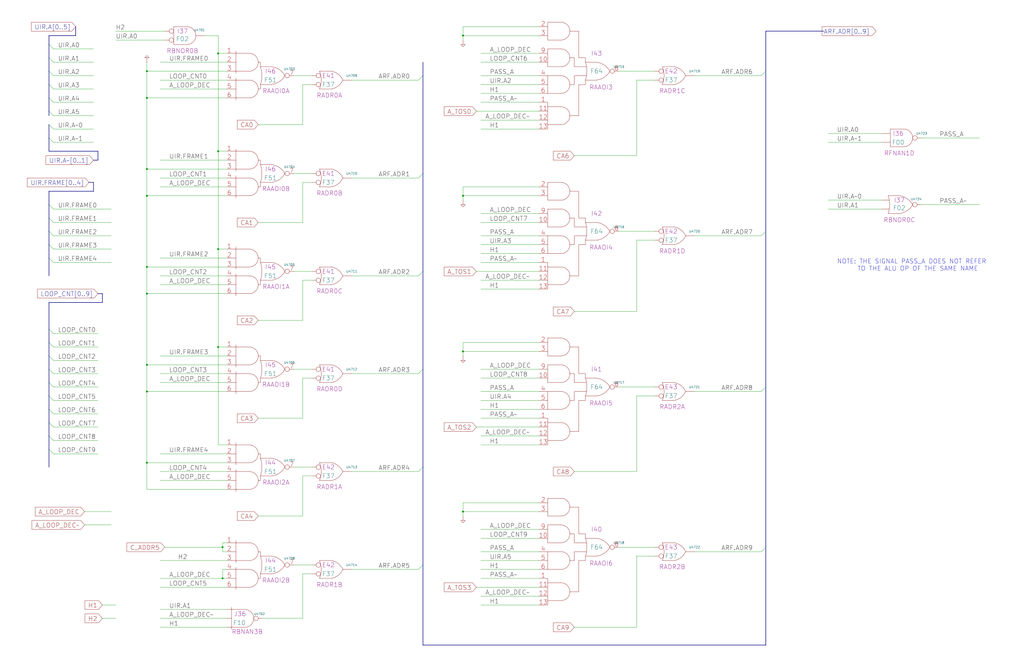
<source format=kicad_sch>
(kicad_sch (version 20250114) (generator "eeschema") (generator_version "9.0")
  (paper "User" 584.2 378.46)
  (title_block (title "REGISTER FILE CONTROL\\nA ADDRESS GENERATION") (date "15-MAR-90") (rev "1.0") (comment 1 "TYPE") (comment 2 "232-003062") (comment 3 "S400") (comment 4 "RELEASED"))
  (lib_symbols
    (symbol "r1000:F00" (pin_numbers (hide yes)) (pin_names (hide yes))
      (property "Reference" "U" (at 15.24 0 0))
      (property "Value" "F00" (at 1.905 -5.08 0))
      (property "Location" "___" (at 1.905 0 0))
      (property "Name" "______" (at 2.54 -12.7 0))
      (symbol "F00_0_1"
        (polyline (pts (xy -2.54 2.54) (xy -2.54 -7.62)) (stroke (width 0.1524)))
        (polyline (pts (xy -2.54 2.54) (xy 5.08 2.54)) (stroke (width 0.1524)))
        (polyline (pts (xy -2.54 -7.62) (xy 5.08 -7.62)) (stroke (width 0.1524)))
        (arc (start 5.08 2.54) (mid 10.1281 -2.54) (end 5.08 -7.62) (stroke (width 0.1524)))
        (circle (center 11.43 -2.54) (radius 1.27) (stroke (width 0.1524)))
      )
      (symbol "F00_0_2"
        (arc (start -3.175 2.54) (mid -2.134 -2.54) (end -3.175 -7.62) (stroke (width 0.1524)))
        (circle (center -3.81 0) (radius 1.27) (stroke (width 0.1524)))
        (circle (center -3.81 -5.08) (radius 1.27) (stroke (width 0.1524)))
        (polyline (pts (xy -3.175 2.54) (xy 3.81 2.54)) (stroke (width 0.1524)))
        (polyline (pts (xy -3.175 -7.62) (xy 3.81 -7.62)) (stroke (width 0.1524)))
        (arc (start 3.81 2.54) (mid 7.5828 0.7472) (end 10.16 -2.54) (stroke (width 0.1524)))
        (arc (start 10.16 -2.54) (mid 7.5855 -5.8306) (end 3.81 -7.62) (stroke (width 0.1524)))
      )
      (symbol "F00_1_1"
        (pin input line (at -7.62 0 0) (length 5.08) (name "D0") (number "1"))
        (pin input line (at -7.62 -5.08 0) (length 5.08) (name "D1") (number "2"))
        (pin output line (at 15.24 -2.54 180) (length 2.54) (name "Q") (number "3"))
      )
      (symbol "F00_1_2"
        (pin input line (at -7.62 0 0) (length 2.54) (name "D0") (number "1"))
        (pin input line (at -7.62 -5.08 0) (length 2.54) (name "D1") (number "2"))
        (pin output line (at 15.24 -2.54 180) (length 5.08) (name "Q") (number "3"))
      )
    )
    (symbol "r1000:F02" (pin_numbers (hide yes)) (pin_names (hide yes))
      (property "Reference" "U" (at 12.16 0.635 0))
      (property "Value" "F02" (at -1.27 -4.445 0))
      (property "Location" "___" (at 2.54 0 0))
      (property "Name" "______" (at 2.54 -12.7 0))
      (symbol "F02_0_1"
        (arc (start -3.81 2.54) (mid -2.9847 -2.54) (end -3.81 -7.62) (stroke (width 0.1524)))
        (polyline (pts (xy -5.08 0) (xy -3.175 0)) (stroke (width 0.1524)))
        (polyline (pts (xy -5.08 -5.08) (xy -3.175 -5.08)) (stroke (width 0.1524)))
        (polyline (pts (xy -3.81 2.54) (xy 2.54 2.54)) (stroke (width 0.1524)))
        (polyline (pts (xy -3.81 -7.62) (xy 2.54 -7.62)) (stroke (width 0.1524)))
        (arc (start 2.54 2.54) (mid 6.9477 0.8966) (end 10.16 -2.54) (stroke (width 0.1524)))
        (arc (start 10.16 -2.54) (mid 6.9515 -5.9823) (end 2.54 -7.62) (stroke (width 0.1524)))
        (circle (center 11.43 -2.54) (radius 1.27) (stroke (width 0.1524)))
        (polyline (pts (xy 13.97 -2.54) (xy 12.7 -2.54)) (stroke (width 0.1524)))
      )
      (symbol "F02_0_2"
        (circle (center -3.81 0) (radius 1.27) (stroke (width 0.1524)))
        (circle (center -3.81 -5.08) (radius 1.27) (stroke (width 0.1524)))
        (polyline (pts (xy -2.54 2.54) (xy -2.54 -7.62)) (stroke (width 0.1524)))
        (polyline (pts (xy -2.54 2.54) (xy 5.08 2.54)) (stroke (width 0.1524)))
        (polyline (pts (xy -2.54 -7.62) (xy 5.08 -7.62)) (stroke (width 0.1524)))
        (arc (start 5.08 2.54) (mid 10.1281 -2.54) (end 5.08 -7.62) (stroke (width 0.1524)))
        (polyline (pts (xy 11.43 -2.54) (xy 10.16 -2.54)) (stroke (width 0.1524)))
        (polyline (pts (xy 11.43 -2.54) (xy 12.7 -2.54)) (stroke (width 0.1524)))
      )
      (symbol "F02_1_1"
        (pin input line (at -7.62 0 0) (length 2.54) (name "D0") (number "1"))
        (pin input line (at -7.62 -5.08 0) (length 2.54) (name "D1") (number "2"))
        (pin output line (at 15.24 -2.54 180) (length 1.27) (name "Q") (number "3"))
      )
      (symbol "F02_1_2"
        (pin input line (at -7.62 0 0) (length 2.54) (name "D0") (number "1"))
        (pin input line (at -7.62 -5.08 0) (length 2.54) (name "D1") (number "2"))
        (pin output line (at 15.24 -2.54 180) (length 2.54) (name "Q") (number "3"))
      )
    )
    (symbol "r1000:F10" (pin_numbers (hide yes)) (pin_names (hide yes))
      (property "Reference" "U" (at 13.335 0 0))
      (property "Value" "F10" (at 5.715 -5.08 0))
      (property "Location" "___" (at -1.27 0 0))
      (property "Name" "______" (at -2.54 -10.16 0))
      (symbol "F10_0_1"
        (polyline (pts (xy -2.54 3.81) (xy -2.54 -8.89)) (stroke (width 0.1524)))
        (polyline (pts (xy -2.54 2.54) (xy 5.08 2.54)) (stroke (width 0.1524)))
        (polyline (pts (xy -2.54 -7.62) (xy 5.08 -7.62)) (stroke (width 0.1524)))
        (arc (start 5.08 2.54) (mid 10.1281 -2.54) (end 5.08 -7.62) (stroke (width 0.1524)))
        (circle (center 11.43 -2.54) (radius 1.27) (stroke (width 0.1524)))
      )
      (symbol "F10_0_2"
        (arc (start -2.54 2.54) (mid -1.8195 -2.54) (end -2.54 -7.62) (stroke (width 0.1524)))
        (polyline (pts (xy -4.445 -2.54) (xy -5.08 -2.54)) (stroke (width 0.1524)))
        (circle (center -3.81 2.54) (radius 1.27) (stroke (width 0.1524)))
        (circle (center -3.81 -7.62) (radius 1.27) (stroke (width 0.1524)))
        (circle (center -3.175 -2.54) (radius 1.27) (stroke (width 0.1524)))
        (polyline (pts (xy -2.54 2.54) (xy 5.08 2.54)) (stroke (width 0.1524)))
        (polyline (pts (xy -2.54 -7.62) (xy 5.08 -7.62)) (stroke (width 0.1524)))
        (arc (start 5.08 2.54) (mid 8.4807 0.6111) (end 10.795 -2.54) (stroke (width 0.1524)))
        (arc (start 10.795 -2.54) (mid 8.4844 -5.6952) (end 5.08 -7.62) (stroke (width 0.1524)))
        (polyline (pts (xy 10.795 -2.54) (xy 12.7 -2.54)) (stroke (width 0.1524)))
      )
      (symbol "F10_1_1"
        (pin input line (at -5.08 2.54 0) (length 2.54) (name "D0") (number "1"))
        (pin input line (at -5.08 -2.54 0) (length 2.54) (name "D1") (number "2"))
        (pin input line (at -5.08 -7.62 0) (length 2.54) (name "D2") (number "3"))
        (pin output line (at 15.24 -2.54 180) (length 2.54) (name "Q") (number "4"))
      )
      (symbol "F10_1_2"
        (pin input line (at -5.08 2.54 0) (length 0) (name "D0") (number "1"))
        (pin input line (at -5.08 -2.54 0) (length 0) (name "D1") (number "2"))
        (pin input line (at -5.08 -7.62 0) (length 0) (name "D2") (number "3"))
        (pin output line (at 15.24 -2.54 180) (length 2.54) (name "Q") (number "4"))
      )
    )
    (symbol "r1000:F37" (pin_numbers (hide yes)) (pin_names (offset 0) (hide yes))
      (property "Reference" "U" (at 15.24 0 0))
      (property "Value" "F37" (at 1.905 -5.08 0))
      (property "Location" "___" (at 1.905 0 0))
      (property "Name" "______" (at 2.54 -12.7 0))
      (symbol "F37_0_1"
        (polyline (pts (xy -2.54 2.54) (xy -2.54 -7.62)) (stroke (width 0.1524)))
        (polyline (pts (xy -2.54 2.54) (xy 5.08 2.54)) (stroke (width 0.1524)))
        (polyline (pts (xy -2.54 -7.62) (xy 5.08 -7.62)) (stroke (width 0.1524)))
        (arc (start 5.08 2.54) (mid 10.1281 -2.54) (end 5.08 -7.62) (stroke (width 0.1524)))
        (circle (center 11.43 -2.54) (radius 1.27) (stroke (width 0.1524)))
      )
      (symbol "F37_0_2"
        (arc (start -3.175 2.54) (mid -2.134 -2.54) (end -3.175 -7.62) (stroke (width 0.1524)))
        (circle (center -3.81 0) (radius 1.27) (stroke (width 0.1524)))
        (circle (center -3.81 -5.08) (radius 1.27) (stroke (width 0.1524)))
        (polyline (pts (xy -3.175 2.54) (xy 3.81 2.54)) (stroke (width 0.1524)))
        (polyline (pts (xy -3.175 -7.62) (xy 3.81 -7.62)) (stroke (width 0.1524)))
        (arc (start 3.81 2.54) (mid 7.5828 0.7472) (end 10.16 -2.54) (stroke (width 0.1524)))
        (arc (start 10.16 -2.54) (mid 7.5855 -5.8306) (end 3.81 -7.62) (stroke (width 0.1524)))
      )
      (symbol "F37_1_1"
        (pin input line (at -7.62 0 0) (length 5.08) (name "D0") (number "1"))
        (pin input line (at -7.62 -5.08 0) (length 5.08) (name "D1") (number "2"))
        (pin output line (at 15.24 -2.54 180) (length 2.54) (name "Q") (number "3"))
      )
      (symbol "F37_1_2"
        (pin input line (at -7.62 0 0) (length 2.54) (name "D0") (number "1"))
        (pin input line (at -7.62 -5.08 0) (length 2.54) (name "D1") (number "2"))
        (pin output line (at 15.24 -2.54 180) (length 5.08) (name "Q") (number "3"))
      )
    )
    (symbol "r1000:F51" (pin_names (hide yes))
      (property "Reference" "U" (at 12.7 1.27 0))
      (property "Value" "F51" (at 1.905 -5.08 0))
      (property "Location" "___" (at 1.905 0 0))
      (property "Name" "______" (at 5.08 -12.7 0))
      (symbol "F51_0_0"
        (polyline (pts (xy -20.32 10.16) (xy -17.78 10.16)) (stroke (width 0.1524)))
        (polyline (pts (xy -20.32 5.08) (xy -17.78 5.08)) (stroke (width 0.1524)))
        (polyline (pts (xy -20.32 0) (xy -17.78 0)) (stroke (width 0.1524)))
        (polyline (pts (xy -20.32 -5.08) (xy -17.78 -5.08)) (stroke (width 0.1524)))
        (polyline (pts (xy -20.32 -10.16) (xy -17.78 -10.16)) (stroke (width 0.1524)))
        (polyline (pts (xy -20.32 -15.24) (xy -17.78 -15.24)) (stroke (width 0.1524)))
        (arc (start -3.8173 2.54) (mid -2.9926 -2.54) (end -3.8173 -7.62) (stroke (width 0.1524)))
        (polyline (pts (xy -17.78 11.43) (xy -17.78 -1.27)) (stroke (width 0.1524)))
        (polyline (pts (xy -17.78 -3.81) (xy -17.78 -16.51)) (stroke (width 0.1524)))
        (polyline (pts (xy -10.16 10.16) (xy -17.78 10.16)) (stroke (width 0.1524)))
        (arc (start -10.16 10.16) (mid -6.5679 8.6721) (end -5.08 5.08) (stroke (width 0.1524)))
        (arc (start -5.08 5.08) (mid -6.5679 1.4879) (end -10.16 0) (stroke (width 0.1524)))
        (polyline (pts (xy -10.16 0) (xy -17.78 0)) (stroke (width 0.1524)))
        (polyline (pts (xy -10.16 -5.08) (xy -17.78 -5.08)) (stroke (width 0.1524)))
        (arc (start -10.16 -5.08) (mid -6.5679 -6.5679) (end -5.08 -10.16) (stroke (width 0.1524)))
        (arc (start -5.08 -10.16) (mid -6.5679 -13.7521) (end -10.16 -15.24) (stroke (width 0.1524)))
        (polyline (pts (xy -10.16 -15.24) (xy -17.78 -15.24)) (stroke (width 0.1524)))
        (polyline (pts (xy -5.08 5.08) (xy -3.81 5.08) (xy -3.81 2.54)) (stroke (width 0.1524)))
        (polyline (pts (xy -5.08 -10.16) (xy -3.81 -10.16) (xy -3.81 -7.62)) (stroke (width 0.1524)))
        (polyline (pts (xy -3.81 2.54) (xy 2.54 2.54)) (stroke (width 0.1524)))
        (polyline (pts (xy -3.81 -7.62) (xy 2.54 -7.62)) (stroke (width 0.1524)))
        (arc (start 10.16 -2.54) (mid 6.9504 -5.9807) (end 2.54 -7.62) (stroke (width 0.1524)))
        (arc (start 2.54 2.54) (mid 6.9516 0.9024) (end 10.16 -2.54) (stroke (width 0.1524)))
        (circle (center 11.43 -2.54) (radius 1.27) (stroke (width 0.1524)))
      )
      (symbol "F51_1_1"
        (pin input line (at -22.86 10.16 0) (length 2.54) (name "A1") (number "1"))
        (pin input line (at -22.86 5.08 0) (length 2.54) (name "A2") (number "2"))
        (pin input line (at -22.86 0 0) (length 2.54) (name "A3") (number "3"))
        (pin input line (at -22.86 -5.08 0) (length 2.54) (name "B1") (number "4"))
        (pin input line (at -22.86 -10.16 0) (length 2.54) (name "B2") (number "5"))
        (pin input line (at -22.86 -15.24 0) (length 2.54) (name "B3") (number "6"))
        (pin output line (at 15.24 -2.54 180) (length 2.54) (name "Q") (number "7"))
      )
    )
    (symbol "r1000:F64" (pin_names (hide yes))
      (property "Reference" "U" (at 15.24 2.54 0))
      (property "Value" "F64" (at 2.54 0 0))
      (property "Location" "___" (at 2.54 10.16 0))
      (property "Name" "______" (at 5.08 -10.62 0))
      (symbol "F64_0_0"
        (polyline (pts (xy -25.4 27.94) (xy -17.78 27.94)) (stroke (width 0.1524)))
        (polyline (pts (xy -25.4 17.78) (xy -17.78 17.78)) (stroke (width 0.1524)))
        (polyline (pts (xy -25.4 12.7) (xy -17.78 12.7)) (stroke (width 0.1524)))
        (polyline (pts (xy -25.4 2.54) (xy -17.78 2.54)) (stroke (width 0.1524)))
        (polyline (pts (xy -25.4 -2.54) (xy -17.78 -2.54)) (stroke (width 0.1524)))
        (polyline (pts (xy -25.4 -12.7) (xy -17.78 -12.7)) (stroke (width 0.1524)))
        (polyline (pts (xy -25.4 -20.32) (xy -17.78 -20.32)) (stroke (width 0.1524)))
        (polyline (pts (xy -25.4 -30.48) (xy -17.78 -30.48)) (stroke (width 0.1524)))
        (arc (start -3.8173 5.08) (mid -2.9926 0) (end -3.8173 -5.08) (stroke (width 0.1524)))
        (arc (start -17.78 27.94) (mid -14.1879 26.4521) (end -12.7 22.86) (stroke (width 0.1524)))
        (arc (start -12.7 22.86) (mid -14.1879 19.2679) (end -17.78 17.78) (stroke (width 0.1524)))
        (arc (start -17.78 12.7) (mid -14.1879 11.2121) (end -12.7 7.62) (stroke (width 0.1524)))
        (arc (start -12.7 7.62) (mid -14.1879 4.0279) (end -17.78 2.54) (stroke (width 0.1524)))
        (arc (start -17.78 -2.54) (mid -14.1879 -4.0279) (end -12.7 -7.62) (stroke (width 0.1524)))
        (arc (start -12.7 -7.62) (mid -14.1879 -11.2121) (end -17.78 -12.7) (stroke (width 0.1524)))
        (arc (start -17.78 -20.32) (mid -14.1879 -21.8079) (end -12.7 -25.4) (stroke (width 0.1524)))
        (arc (start -12.7 -25.4) (mid -14.1879 -28.9921) (end -17.78 -30.48) (stroke (width 0.1524)))
        (polyline (pts (xy -3.81 5.08) (xy 2.54 5.08)) (stroke (width 0.1524)))
        (polyline (pts (xy -3.81 -5.08) (xy 2.54 -5.08)) (stroke (width 0.1524)))
        (arc (start 10.16 0) (mid 6.9504 -3.4407) (end 2.54 -5.08) (stroke (width 0.1524)))
        (arc (start 2.54 5.08) (mid 6.9516 3.4424) (end 10.16 0) (stroke (width 0.1524)))
        (circle (center 11.43 0) (radius 1.27) (stroke (width 0.1524)))
      )
      (symbol "F64_0_1"
        (polyline (pts (xy -25.4 27.94) (xy -25.4 17.78)) (stroke (width 0.1524)))
        (polyline (pts (xy -25.4 12.7) (xy -25.4 2.54)) (stroke (width 0.1524)))
        (polyline (pts (xy -25.4 -2.54) (xy -25.4 -12.7)) (stroke (width 0.1524)))
        (polyline (pts (xy -25.4 -17.78) (xy -25.4 -20.32)) (stroke (width 0.1524)))
        (polyline (pts (xy -25.4 -20.32) (xy -25.4 -30.48)) (stroke (width 0.1524)))
        (polyline (pts (xy -25.4 -33.02) (xy -25.4 -30.48)) (stroke (width 0.1524)))
        (polyline (pts (xy -12.7 7.62) (xy -10.16 7.62) (xy -10.16 2.54) (xy -5.08 2.54)) (stroke (width 0.1524)))
        (polyline (pts (xy -12.7 -7.62) (xy -12.7 -7.62)) (stroke (width 0.1524)))
        (polyline (pts (xy -12.7 -7.62) (xy -10.16 -7.62) (xy -10.16 -2.54) (xy -5.08 -2.54)) (stroke (width 0.1524)))
        (polyline (pts (xy -5.08 2.54) (xy -3.175 2.54)) (stroke (width 0.1524)))
        (polyline (pts (xy -5.08 -2.54) (xy -3.175 -2.54)) (stroke (width 0.1524)))
        (polyline (pts (xy -3.81 5.08) (xy -3.81 7.62) (xy -7.62 7.62) (xy -7.62 22.86) (xy -12.7 22.86)) (stroke (width 0.1524)))
        (polyline (pts (xy -3.81 -5.08) (xy -3.81 -7.62) (xy -7.62 -7.62) (xy -7.62 -25.4) (xy -12.7 -25.4)) (stroke (width 0.1524)))
      )
      (symbol "F64_1_1"
        (pin input line (at -30.48 25.4 0) (length 5.08) (name "A0") (number "2"))
        (pin input line (at -30.48 20.32 0) (length 5.08) (name "A1") (number "3"))
        (pin input line (at -30.48 10.16 0) (length 5.08) (name "B0") (number "9"))
        (pin input line (at -30.48 5.08 0) (length 5.08) (name "B1") (number "10"))
        (pin input line (at -30.48 -2.54 0) (length 5.08) (name "C0") (number "4"))
        (pin input line (at -30.48 -7.62 0) (length 5.08) (name "C1") (number "5"))
        (pin input line (at -30.48 -12.7 0) (length 5.08) (name "C2") (number "6"))
        (pin input line (at -30.48 -17.78 0) (length 5.08) (name "D0") (number "1"))
        (pin input line (at -30.48 -22.86 0) (length 5.08) (name "D1") (number "11"))
        (pin input line (at -30.48 -27.94 0) (length 5.08) (name "D2") (number "12"))
        (pin input line (at -30.48 -33.02 0) (length 5.08) (name "D3") (number "13"))
        (pin output line (at 15.24 0 180) (length 2.54) (name "Q") (number "8"))
      )
    )
    (symbol "r1000:PD" (power) (pin_numbers (hide yes)) (pin_names (hide yes)) (in_bom no)
      (symbol "PD_0_1"
        (polyline (pts (xy 0 -2.54) (xy 1.27 -2.54) (xy 0 -3.81) (xy -1.27 -2.54) (xy 0 -2.54)) (stroke (width 0.1524)))
      )
      (symbol "PD_1_1"
        (pin power_in line (at 0 0 270) (length 2.54) (name "PD") (number "1"))
      )
    )
    (symbol "r1000:PU" (power) (pin_numbers (hide yes)) (pin_names (hide yes))
      (symbol "PU_0_1"
        (polyline (pts (xy 0 2.54) (xy -1.27 2.54) (xy 0 3.81) (xy 1.27 2.54) (xy 0 2.54)) (stroke (width 0.1524)))
      )
      (symbol "PU_1_1"
        (pin power_in line (at 0 0 90) (length 2.54) (name "PU") (number "1"))
      )
    )
  )
  (text "NOTE: THE SIGNAL PASS_A DOES NOT REFER\n      TO THE ALU OP OF THE SAME NAME" (at 477.52 154.94 0) (effects (font (size 2.54 2.54)) (justify left bottom)))
  (junction (at 124.46 142.24))
  (junction (at 83.82 167.64))
  (junction (at 124.46 198.12))
  (junction (at 124.46 86.36))
  (junction (at 83.82 208.28))
  (junction (at 83.82 264.16))
  (junction (at 127 330.2))
  (junction (at 264.16 200.66))
  (junction (at 83.82 111.76))
  (junction (at 83.82 40.64))
  (junction (at 83.82 152.4))
  (junction (at 83.82 223.52))
  (junction (at 264.16 111.76))
  (junction (at 83.82 55.88))
  (junction (at 83.82 96.52))
  (junction (at 264.16 292.1))
  (junction (at 124.46 30.48))
  (junction (at 127 312.42))
  (junction (at 264.16 20.32))
  (bus_entry (at 27.94 124.46) (size 2.54 2.54))
  (bus_entry (at 27.94 71.12) (size 2.54 2.54))
  (bus_entry (at 27.94 33.02) (size 2.54 2.54))
  (bus_entry (at 241.3 266.7) (size -2.54 2.54))
  (bus_entry (at 436.88 220.98) (size -2.54 2.54))
  (bus_entry (at 27.94 147.32) (size 2.54 2.54))
  (bus_entry (at 241.3 43.18) (size -2.54 2.54))
  (bus_entry (at 27.94 40.64) (size 2.54 2.54))
  (bus_entry (at 27.94 55.88) (size 2.54 2.54))
  (bus_entry (at 241.3 99.06) (size -2.54 2.54))
  (bus_entry (at 27.94 187.96) (size 2.54 2.54))
  (bus_entry (at 241.3 322.58) (size -2.54 2.54))
  (bus_entry (at 27.94 226.06) (size 2.54 2.54))
  (bus_entry (at 27.94 203.2) (size 2.54 2.54))
  (bus_entry (at 27.94 63.5) (size 2.54 2.54))
  (bus_entry (at 27.94 241.3) (size 2.54 2.54))
  (bus_entry (at 27.94 139.7) (size 2.54 2.54))
  (bus_entry (at 27.94 132.08) (size 2.54 2.54))
  (bus_entry (at 436.88 132.08) (size -2.54 2.54))
  (bus_entry (at 241.3 154.94) (size -2.54 2.54))
  (bus_entry (at 27.94 248.92) (size 2.54 2.54))
  (bus_entry (at 436.88 312.42) (size -2.54 2.54))
  (bus_entry (at 241.3 210.82) (size -2.54 2.54))
  (bus_entry (at 27.94 256.54) (size 2.54 2.54))
  (bus_entry (at 27.94 116.84) (size 2.54 2.54))
  (bus_entry (at 27.94 25.4) (size 2.54 2.54))
  (bus_entry (at 27.94 48.26) (size 2.54 2.54))
  (bus_entry (at 27.94 210.82) (size 2.54 2.54))
  (bus_entry (at 27.94 218.44) (size 2.54 2.54))
  (bus_entry (at 436.88 40.64) (size -2.54 2.54))
  (bus_entry (at 27.94 78.74) (size 2.54 2.54))
  (bus_entry (at 27.94 233.68) (size 2.54 2.54))
  (bus_entry (at 27.94 195.58) (size 2.54 2.54))
  (wire (pts (xy 91.44 203.2) (xy 129.54 203.2)))
  (wire (pts (xy 472.44 76.2) (xy 502.92 76.2)))
  (wire (pts (xy 307.34 287.02) (xy 264.16 287.02)))
  (wire (pts (xy 149.86 353.06) (xy 172.72 353.06)))
  (wire (pts (xy 147.32 71.12) (xy 172.72 71.12)))
  (wire (pts (xy 83.82 167.64) (xy 83.82 208.28)))
  (bus (pts (xy 27.94 25.4) (xy 27.94 33.02)))
  (wire (pts (xy 127 309.88) (xy 129.54 309.88)))
  (wire (pts (xy 83.82 208.28) (xy 129.54 208.28)))
  (wire (pts (xy 167.64 322.58) (xy 177.8 322.58)))
  (wire (pts (xy 274.32 340.36) (xy 307.34 340.36)))
  (wire (pts (xy 363.22 45.72) (xy 363.22 88.9)))
  (wire (pts (xy 127 330.2) (xy 129.54 330.2)))
  (wire (pts (xy 274.32 121.92) (xy 307.34 121.92)))
  (wire (pts (xy 83.82 40.64) (xy 129.54 40.64)))
  (wire (pts (xy 274.32 165.1) (xy 307.34 165.1)))
  (bus (pts (xy 241.3 35.56) (xy 241.3 43.18)))
  (wire (pts (xy 124.46 86.36) (xy 124.46 142.24)))
  (wire (pts (xy 83.82 35.56) (xy 83.82 40.64)))
  (wire (pts (xy 30.48 27.94) (xy 53.34 27.94)))
  (bus (pts (xy 27.94 248.92) (xy 27.94 256.54)))
  (wire (pts (xy 264.16 195.58) (xy 264.16 200.66)))
  (bus (pts (xy 27.94 195.58) (xy 27.94 203.2)))
  (wire (pts (xy 167.64 43.18) (xy 177.8 43.18)))
  (wire (pts (xy 116.84 20.32) (xy 124.46 20.32)))
  (bus (pts (xy 241.3 322.58) (xy 241.3 368.3)))
  (wire (pts (xy 472.44 114.3) (xy 502.92 114.3)))
  (wire (pts (xy 66.04 22.86) (xy 93.98 22.86)))
  (wire (pts (xy 172.72 160.02) (xy 172.72 182.88)))
  (wire (pts (xy 274.32 160.02) (xy 307.34 160.02)))
  (wire (pts (xy 83.82 152.4) (xy 83.82 167.64)))
  (wire (pts (xy 200.66 101.6) (xy 238.76 101.6)))
  (wire (pts (xy 353.06 132.08) (xy 373.38 132.08)))
  (wire (pts (xy 147.32 127) (xy 172.72 127)))
  (bus (pts (xy 27.94 63.5) (xy 27.94 66.04)))
  (wire (pts (xy 58.42 353.06) (xy 66.04 353.06)))
  (wire (pts (xy 30.48 259.08) (xy 55.88 259.08)))
  (wire (pts (xy 30.48 190.5) (xy 55.88 190.5)))
  (wire (pts (xy 83.82 152.4) (xy 129.54 152.4)))
  (wire (pts (xy 200.66 269.24) (xy 238.76 269.24)))
  (bus (pts (xy 58.42 167.64) (xy 58.42 172.72)))
  (bus (pts (xy 27.94 20.32) (xy 27.94 25.4)))
  (wire (pts (xy 147.32 294.64) (xy 172.72 294.64)))
  (wire (pts (xy 124.46 142.24) (xy 129.54 142.24)))
  (wire (pts (xy 264.16 287.02) (xy 264.16 292.1)))
  (bus (pts (xy 27.94 226.06) (xy 27.94 233.68)))
  (wire (pts (xy 91.44 91.44) (xy 129.54 91.44)))
  (wire (pts (xy 129.54 167.64) (xy 83.82 167.64)))
  (bus (pts (xy 55.88 167.64) (xy 58.42 167.64)))
  (wire (pts (xy 177.8 104.14) (xy 172.72 104.14)))
  (wire (pts (xy 129.54 55.88) (xy 83.82 55.88)))
  (wire (pts (xy 83.82 96.52) (xy 129.54 96.52)))
  (wire (pts (xy 274.32 254) (xy 307.34 254)))
  (wire (pts (xy 124.46 198.12) (xy 124.46 254)))
  (wire (pts (xy 363.22 226.06) (xy 363.22 269.24)))
  (wire (pts (xy 66.04 17.78) (xy 93.98 17.78)))
  (wire (pts (xy 274.32 325.12) (xy 307.34 325.12)))
  (bus (pts (xy 27.94 256.54) (xy 27.94 266.7)))
  (wire (pts (xy 30.48 119.38) (xy 63.5 119.38)))
  (bus (pts (xy 241.3 99.06) (xy 241.3 154.94)))
  (wire (pts (xy 91.44 50.8) (xy 129.54 50.8)))
  (wire (pts (xy 83.82 264.16) (xy 83.82 279.4)))
  (wire (pts (xy 264.16 111.76) (xy 264.16 114.3)))
  (wire (pts (xy 30.48 35.56) (xy 53.34 35.56)))
  (wire (pts (xy 30.48 134.62) (xy 63.5 134.62)))
  (wire (pts (xy 48.26 299.72) (xy 63.5 299.72)))
  (wire (pts (xy 274.32 210.82) (xy 307.34 210.82)))
  (wire (pts (xy 274.32 320.04) (xy 307.34 320.04)))
  (bus (pts (xy 27.94 233.68) (xy 27.94 241.3)))
  (wire (pts (xy 30.48 251.46) (xy 55.88 251.46)))
  (wire (pts (xy 274.32 139.7) (xy 307.34 139.7)))
  (bus (pts (xy 27.94 203.2) (xy 27.94 210.82)))
  (bus (pts (xy 27.94 241.3) (xy 27.94 248.92)))
  (wire (pts (xy 274.32 223.52) (xy 307.34 223.52)))
  (bus (pts (xy 27.94 33.02) (xy 27.94 40.64)))
  (wire (pts (xy 274.32 53.34) (xy 307.34 53.34)))
  (wire (pts (xy 472.44 119.38) (xy 502.92 119.38)))
  (wire (pts (xy 167.64 99.06) (xy 177.8 99.06)))
  (bus (pts (xy 53.34 91.44) (xy 55.88 91.44)))
  (bus (pts (xy 43.18 15.24) (xy 43.18 20.32)))
  (wire (pts (xy 264.16 200.66) (xy 264.16 203.2)))
  (wire (pts (xy 172.72 48.26) (xy 172.72 71.12)))
  (wire (pts (xy 91.44 259.08) (xy 129.54 259.08)))
  (wire (pts (xy 373.38 317.5) (xy 363.22 317.5)))
  (wire (pts (xy 307.34 106.68) (xy 264.16 106.68)))
  (wire (pts (xy 396.24 314.96) (xy 434.34 314.96)))
  (bus (pts (xy 27.94 187.96) (xy 27.94 195.58)))
  (bus (pts (xy 55.88 86.36) (xy 27.94 86.36)))
  (wire (pts (xy 327.66 269.24) (xy 363.22 269.24)))
  (wire (pts (xy 30.48 220.98) (xy 55.88 220.98)))
  (wire (pts (xy 177.8 48.26) (xy 172.72 48.26)))
  (wire (pts (xy 274.32 144.78) (xy 307.34 144.78)))
  (wire (pts (xy 124.46 86.36) (xy 129.54 86.36)))
  (bus (pts (xy 27.94 124.46) (xy 27.94 132.08)))
  (bus (pts (xy 436.88 220.98) (xy 436.88 312.42)))
  (wire (pts (xy 129.54 279.4) (xy 83.82 279.4)))
  (wire (pts (xy 91.44 274.32) (xy 129.54 274.32)))
  (wire (pts (xy 91.44 320.04) (xy 129.54 320.04)))
  (bus (pts (xy 27.94 78.74) (xy 27.94 86.36)))
  (wire (pts (xy 30.48 198.12) (xy 55.88 198.12)))
  (wire (pts (xy 327.66 177.8) (xy 363.22 177.8)))
  (bus (pts (xy 27.94 116.84) (xy 27.94 124.46)))
  (wire (pts (xy 172.72 104.14) (xy 172.72 127)))
  (wire (pts (xy 83.82 96.52) (xy 83.82 111.76)))
  (wire (pts (xy 30.48 73.66) (xy 53.34 73.66)))
  (wire (pts (xy 264.16 200.66) (xy 307.34 200.66)))
  (wire (pts (xy 363.22 137.16) (xy 363.22 177.8)))
  (wire (pts (xy 274.32 30.48) (xy 307.34 30.48)))
  (wire (pts (xy 396.24 223.52) (xy 434.34 223.52)))
  (bus (pts (xy 43.18 20.32) (xy 27.94 20.32)))
  (wire (pts (xy 91.44 106.68) (xy 129.54 106.68)))
  (wire (pts (xy 91.44 35.56) (xy 129.54 35.56)))
  (bus (pts (xy 436.88 17.78) (xy 469.9 17.78)))
  (wire (pts (xy 30.48 50.8) (xy 53.34 50.8)))
  (wire (pts (xy 274.32 215.9) (xy 307.34 215.9)))
  (wire (pts (xy 264.16 106.68) (xy 264.16 111.76)))
  (wire (pts (xy 264.16 292.1) (xy 307.34 292.1)))
  (bus (pts (xy 27.94 40.64) (xy 27.94 48.26)))
  (wire (pts (xy 172.72 271.78) (xy 172.72 294.64)))
  (wire (pts (xy 147.32 182.88) (xy 172.72 182.88)))
  (bus (pts (xy 436.88 132.08) (xy 436.88 220.98)))
  (wire (pts (xy 48.26 292.1) (xy 63.5 292.1)))
  (wire (pts (xy 91.44 157.48) (xy 129.54 157.48)))
  (wire (pts (xy 91.44 353.06) (xy 129.54 353.06)))
  (wire (pts (xy 200.66 325.12) (xy 238.76 325.12)))
  (wire (pts (xy 373.38 137.16) (xy 363.22 137.16)))
  (wire (pts (xy 30.48 43.18) (xy 53.34 43.18)))
  (wire (pts (xy 30.48 149.86) (xy 63.5 149.86)))
  (wire (pts (xy 264.16 111.76) (xy 307.34 111.76)))
  (wire (pts (xy 271.78 154.94) (xy 307.34 154.94)))
  (wire (pts (xy 353.06 312.42) (xy 373.38 312.42)))
  (wire (pts (xy 177.8 215.9) (xy 172.72 215.9)))
  (wire (pts (xy 172.72 327.66) (xy 172.72 353.06)))
  (wire (pts (xy 172.72 215.9) (xy 172.72 238.76)))
  (bus (pts (xy 241.3 43.18) (xy 241.3 99.06)))
  (wire (pts (xy 472.44 81.28) (xy 502.92 81.28)))
  (wire (pts (xy 274.32 48.26) (xy 307.34 48.26)))
  (wire (pts (xy 124.46 254) (xy 129.54 254)))
  (wire (pts (xy 83.82 223.52) (xy 83.82 264.16)))
  (wire (pts (xy 271.78 63.5) (xy 307.34 63.5)))
  (bus (pts (xy 27.94 210.82) (xy 27.94 218.44)))
  (wire (pts (xy 91.44 335.28) (xy 129.54 335.28)))
  (wire (pts (xy 396.24 134.62) (xy 434.34 134.62)))
  (wire (pts (xy 353.06 40.64) (xy 373.38 40.64)))
  (wire (pts (xy 274.32 307.34) (xy 307.34 307.34)))
  (wire (pts (xy 83.82 208.28) (xy 83.82 223.52)))
  (wire (pts (xy 264.16 20.32) (xy 307.34 20.32)))
  (wire (pts (xy 274.32 233.68) (xy 307.34 233.68)))
  (wire (pts (xy 127 314.96) (xy 127 312.42)))
  (wire (pts (xy 83.82 111.76) (xy 83.82 152.4)))
  (wire (pts (xy 200.66 45.72) (xy 238.76 45.72)))
  (wire (pts (xy 167.64 266.7) (xy 177.8 266.7)))
  (wire (pts (xy 177.8 160.02) (xy 172.72 160.02)))
  (wire (pts (xy 200.66 213.36) (xy 238.76 213.36)))
  (wire (pts (xy 91.44 45.72) (xy 129.54 45.72)))
  (bus (pts (xy 53.34 104.14) (xy 53.34 109.22)))
  (bus (pts (xy 241.3 266.7) (xy 241.3 322.58)))
  (wire (pts (xy 129.54 223.52) (xy 83.82 223.52)))
  (wire (pts (xy 264.16 292.1) (xy 264.16 294.64)))
  (wire (pts (xy 274.32 73.66) (xy 307.34 73.66)))
  (wire (pts (xy 373.38 226.06) (xy 363.22 226.06)))
  (bus (pts (xy 27.94 218.44) (xy 27.94 226.06)))
  (wire (pts (xy 271.78 335.28) (xy 307.34 335.28)))
  (wire (pts (xy 91.44 162.56) (xy 129.54 162.56)))
  (wire (pts (xy 91.44 269.24) (xy 129.54 269.24)))
  (wire (pts (xy 30.48 142.24) (xy 63.5 142.24)))
  (wire (pts (xy 30.48 228.6) (xy 55.88 228.6)))
  (bus (pts (xy 436.88 312.42) (xy 436.88 368.3)))
  (wire (pts (xy 129.54 314.96) (xy 127 314.96)))
  (wire (pts (xy 274.32 314.96) (xy 307.34 314.96)))
  (wire (pts (xy 127 325.12) (xy 127 330.2)))
  (wire (pts (xy 30.48 205.74) (xy 55.88 205.74)))
  (wire (pts (xy 274.32 149.86) (xy 307.34 149.86)))
  (wire (pts (xy 363.22 317.5) (xy 363.22 358.14)))
  (wire (pts (xy 91.44 218.44) (xy 129.54 218.44)))
  (wire (pts (xy 525.78 116.84) (xy 558.8 116.84)))
  (wire (pts (xy 147.32 238.76) (xy 172.72 238.76)))
  (wire (pts (xy 124.46 142.24) (xy 124.46 198.12)))
  (wire (pts (xy 307.34 195.58) (xy 264.16 195.58)))
  (wire (pts (xy 274.32 345.44) (xy 307.34 345.44)))
  (wire (pts (xy 264.16 15.24) (xy 264.16 20.32)))
  (wire (pts (xy 274.32 302.26) (xy 307.34 302.26)))
  (bus (pts (xy 436.88 17.78) (xy 436.88 40.64)))
  (wire (pts (xy 124.46 20.32) (xy 124.46 30.48)))
  (wire (pts (xy 30.48 81.28) (xy 53.34 81.28)))
  (wire (pts (xy 271.78 243.84) (xy 307.34 243.84)))
  (wire (pts (xy 274.32 58.42) (xy 307.34 58.42)))
  (wire (pts (xy 30.48 58.42) (xy 53.34 58.42)))
  (wire (pts (xy 127 312.42) (xy 127 309.88)))
  (wire (pts (xy 129.54 111.76) (xy 83.82 111.76)))
  (wire (pts (xy 274.32 238.76) (xy 307.34 238.76)))
  (bus (pts (xy 27.94 109.22) (xy 27.94 116.84)))
  (bus (pts (xy 241.3 210.82) (xy 241.3 266.7)))
  (wire (pts (xy 177.8 271.78) (xy 172.72 271.78)))
  (bus (pts (xy 27.94 71.12) (xy 27.94 78.74)))
  (wire (pts (xy 200.66 157.48) (xy 238.76 157.48)))
  (wire (pts (xy 274.32 127) (xy 307.34 127)))
  (wire (pts (xy 396.24 43.18) (xy 434.34 43.18)))
  (bus (pts (xy 58.42 172.72) (xy 27.94 172.72)))
  (wire (pts (xy 373.38 45.72) (xy 363.22 45.72)))
  (wire (pts (xy 353.06 220.98) (xy 373.38 220.98)))
  (wire (pts (xy 91.44 213.36) (xy 129.54 213.36)))
  (bus (pts (xy 241.3 154.94) (xy 241.3 210.82)))
  (wire (pts (xy 525.78 78.74) (xy 558.8 78.74)))
  (wire (pts (xy 91.44 347.98) (xy 129.54 347.98)))
  (wire (pts (xy 264.16 20.32) (xy 264.16 22.86)))
  (wire (pts (xy 327.66 88.9) (xy 363.22 88.9)))
  (wire (pts (xy 307.34 15.24) (xy 264.16 15.24)))
  (wire (pts (xy 274.32 68.58) (xy 307.34 68.58)))
  (wire (pts (xy 30.48 127) (xy 63.5 127)))
  (wire (pts (xy 274.32 35.56) (xy 307.34 35.56)))
  (bus (pts (xy 27.94 172.72) (xy 27.94 187.96)))
  (wire (pts (xy 129.54 325.12) (xy 127 325.12)))
  (bus (pts (xy 27.94 132.08) (xy 27.94 139.7)))
  (wire (pts (xy 274.32 248.92) (xy 307.34 248.92)))
  (bus (pts (xy 27.94 48.26) (xy 27.94 55.88)))
  (wire (pts (xy 274.32 134.62) (xy 307.34 134.62)))
  (wire (pts (xy 30.48 243.84) (xy 55.88 243.84)))
  (wire (pts (xy 91.44 101.6) (xy 129.54 101.6)))
  (wire (pts (xy 83.82 55.88) (xy 83.82 96.52)))
  (wire (pts (xy 274.32 330.2) (xy 307.34 330.2)))
  (wire (pts (xy 274.32 228.6) (xy 307.34 228.6)))
  (wire (pts (xy 93.98 312.42) (xy 127 312.42)))
  (wire (pts (xy 58.42 345.44) (xy 66.04 345.44)))
  (wire (pts (xy 83.82 40.64) (xy 83.82 55.88)))
  (wire (pts (xy 274.32 43.18) (xy 307.34 43.18)))
  (wire (pts (xy 177.8 327.66) (xy 172.72 327.66)))
  (bus (pts (xy 50.8 104.14) (xy 53.34 104.14)))
  (bus (pts (xy 53.34 109.22) (xy 27.94 109.22)))
  (wire (pts (xy 30.48 236.22) (xy 55.88 236.22)))
  (bus (pts (xy 27.94 147.32) (xy 27.94 157.48)))
  (wire (pts (xy 167.64 210.82) (xy 177.8 210.82)))
  (bus (pts (xy 241.3 368.3) (xy 436.88 368.3)))
  (bus (pts (xy 436.88 40.64) (xy 436.88 132.08)))
  (wire (pts (xy 91.44 147.32) (xy 129.54 147.32)))
  (bus (pts (xy 27.94 139.7) (xy 27.94 147.32)))
  (wire (pts (xy 30.48 213.36) (xy 55.88 213.36)))
  (wire (pts (xy 124.46 30.48) (xy 124.46 86.36)))
  (wire (pts (xy 124.46 198.12) (xy 129.54 198.12)))
  (bus (pts (xy 55.88 91.44) (xy 55.88 86.36)))
  (wire (pts (xy 91.44 330.2) (xy 127 330.2)))
  (wire (pts (xy 91.44 358.14) (xy 129.54 358.14)))
  (wire (pts (xy 327.66 358.14) (xy 363.22 358.14)))
  (wire (pts (xy 83.82 264.16) (xy 129.54 264.16)))
  (wire (pts (xy 30.48 66.04) (xy 53.34 66.04)))
  (bus (pts (xy 27.94 55.88) (xy 27.94 63.5)))
  (wire (pts (xy 124.46 30.48) (xy 129.54 30.48)))
  (wire (pts (xy 167.64 154.94) (xy 177.8 154.94)))
  (label "PASS_A~" (at 279.4 330.2 0) (effects (font (size 2.54 2.54))))
  (label "ARF.ADR3" (at 215.9 213.36 0) (effects (font (size 2.54 2.54))))
  (label "UIR.A3" (at 33.02 50.8 0) (effects (font (size 2.54 2.54))))
  (label "PASS_A" (at 535.94 78.74 0) (effects (font (size 2.54 2.54))))
  (label "UIR.A4" (at 33.02 58.42 0) (effects (font (size 2.54 2.54))))
  (label "A_LOOP_DEC" (at 279.4 121.92 0) (effects (font (size 2.54 2.54))))
  (label "UIR.A1" (at 33.02 35.56 0) (effects (font (size 2.54 2.54))))
  (label "A_LOOP_DEC" (at 96.52 50.8 0) (effects (font (size 2.54 2.54))))
  (label "UIR.A1" (at 477.52 119.38 0) (effects (font (size 2.54 2.54))))
  (label "A_LOOP_DEC" (at 96.52 330.2 0) (effects (font (size 2.54 2.54))))
  (label "LOOP_CNT5" (at 33.02 228.6 0) (effects (font (size 2.54 2.54))))
  (label "LOOP_CNT1" (at 33.02 198.12 0) (effects (font (size 2.54 2.54))))
  (label "UIR.FRAME0" (at 96.52 35.56 0) (effects (font (size 2.54 2.54))))
  (label "ARF.ADR6" (at 411.48 43.18 0) (effects (font (size 2.54 2.54))))
  (label "UIR.A0" (at 477.52 76.2 0) (effects (font (size 2.54 2.54))))
  (label "ARF.ADR7" (at 411.48 134.62 0) (effects (font (size 2.54 2.54))))
  (label "LOOP_CNT8" (at 279.4 215.9 0) (effects (font (size 2.54 2.54))))
  (label "PASS_A~" (at 279.4 149.86 0) (effects (font (size 2.54 2.54))))
  (label "ARF.ADR4" (at 215.9 269.24 0) (effects (font (size 2.54 2.54))))
  (label "A_LOOP_DEC~" (at 276.86 340.36 0) (effects (font (size 2.54 2.54))))
  (label "PASS_A~" (at 279.4 58.42 0) (effects (font (size 2.54 2.54))))
  (label "LOOP_CNT4" (at 33.02 220.98 0) (effects (font (size 2.54 2.54))))
  (label "LOOP_CNT7" (at 33.02 243.84 0) (effects (font (size 2.54 2.54))))
  (label "H1" (at 96.52 358.14 0) (effects (font (size 2.54 2.54))))
  (label "UIR.A~1" (at 33.02 81.28 0) (effects (font (size 2.54 2.54))))
  (label "PASS_A" (at 279.4 314.96 0) (effects (font (size 2.54 2.54))))
  (label "UIR.A5" (at 33.02 66.04 0) (effects (font (size 2.54 2.54))))
  (label "LOOP_CNT2" (at 33.02 205.74 0) (effects (font (size 2.54 2.54))))
  (label "UIR.A4" (at 279.4 228.6 0) (effects (font (size 2.54 2.54))))
  (label "LOOP_CNT5" (at 96.52 335.28 0) (effects (font (size 2.54 2.54))))
  (label "LOOP_CNT0" (at 96.52 45.72 0) (effects (font (size 2.54 2.54))))
  (label "LOOP_CNT4" (at 96.52 269.24 0) (effects (font (size 2.54 2.54))))
  (label "LOOP_CNT6" (at 279.4 35.56 0) (effects (font (size 2.54 2.54))))
  (label "LOOP_CNT7" (at 279.4 127 0) (effects (font (size 2.54 2.54))))
  (label "UIR.FRAME1" (at 96.52 91.44 0) (effects (font (size 2.54 2.54))))
  (label "H1" (at 279.4 325.12 0) (effects (font (size 2.54 2.54))))
  (label "LOOP_CNT0" (at 33.02 190.5 0) (effects (font (size 2.54 2.54))))
  (label "PASS_A~" (at 279.4 238.76 0) (effects (font (size 2.54 2.54))))
  (label "ARF.ADR0" (at 215.9 45.72 0) (effects (font (size 2.54 2.54))))
  (label "LOOP_CNT9" (at 279.4 307.34 0) (effects (font (size 2.54 2.54))))
  (label "A_LOOP_DEC" (at 96.52 106.68 0) (effects (font (size 2.54 2.54))))
  (label "LOOP_CNT9" (at 33.02 259.08 0) (effects (font (size 2.54 2.54))))
  (label "ARF.ADR8" (at 411.48 223.52 0) (effects (font (size 2.54 2.54))))
  (label "PASS_A" (at 279.4 43.18 0) (effects (font (size 2.54 2.54))))
  (label "LOOP_CNT1" (at 96.52 101.6 0) (effects (font (size 2.54 2.54))))
  (label "UIR.A1" (at 96.52 347.98 0) (effects (font (size 2.54 2.54))))
  (label "UIR.A~0" (at 33.02 73.66 0) (effects (font (size 2.54 2.54))))
  (label "H1" (at 279.4 144.78 0) (effects (font (size 2.54 2.54))))
  (label "UIR.FRAME0" (at 33.02 119.38 0) (effects (font (size 2.54 2.54))))
  (label "PASS_A" (at 279.4 223.52 0) (effects (font (size 2.54 2.54))))
  (label "UIR.A5" (at 279.4 320.04 0) (effects (font (size 2.54 2.54))))
  (label "H2" (at 66.04 17.78 0) (effects (font (size 2.54 2.54))))
  (label "LOOP_CNT8" (at 33.02 251.46 0) (effects (font (size 2.54 2.54))))
  (label "ARF.ADR1" (at 215.9 101.6 0) (effects (font (size 2.54 2.54))))
  (label "A_LOOP_DEC~" (at 96.52 353.06 0) (effects (font (size 2.54 2.54))))
  (label "ARF.ADR2" (at 215.9 157.48 0) (effects (font (size 2.54 2.54))))
  (label "UIR.A~0" (at 477.52 114.3 0) (effects (font (size 2.54 2.54))))
  (label "UIR.FRAME2" (at 33.02 134.62 0) (effects (font (size 2.54 2.54))))
  (label "ARF.ADR5" (at 215.9 325.12 0) (effects (font (size 2.54 2.54))))
  (label "H1" (at 279.4 345.44 0) (effects (font (size 2.54 2.54))))
  (label "LOOP_CNT2" (at 96.52 157.48 0) (effects (font (size 2.54 2.54))))
  (label "PASS_A" (at 279.4 134.62 0) (effects (font (size 2.54 2.54))))
  (label "H2" (at 101.6 320.04 0) (effects (font (size 2.54 2.54))))
  (label "LOOP_CNT3" (at 33.02 213.36 0) (effects (font (size 2.54 2.54))))
  (label "UIR.FRAME3" (at 33.02 142.24 0) (effects (font (size 2.54 2.54))))
  (label "UIR.A0" (at 33.02 27.94 0) (effects (font (size 2.54 2.54))))
  (label "UIR.FRAME1" (at 33.02 127 0) (effects (font (size 2.54 2.54))))
  (label "UIR.A3" (at 279.4 139.7 0) (effects (font (size 2.54 2.54))))
  (label "ARF.ADR9" (at 411.48 314.96 0) (effects (font (size 2.54 2.54))))
  (label "H1" (at 279.4 53.34 0) (effects (font (size 2.54 2.54))))
  (label "A_LOOP_DEC~" (at 276.86 68.58 0) (effects (font (size 2.54 2.54))))
  (label "A_LOOP_DEC~" (at 276.86 160.02 0) (effects (font (size 2.54 2.54))))
  (label "UIR.A2" (at 33.02 43.18 0) (effects (font (size 2.54 2.54))))
  (label "UIR.A2" (at 279.4 48.26 0) (effects (font (size 2.54 2.54))))
  (label "A_LOOP_DEC" (at 96.52 274.32 0) (effects (font (size 2.54 2.54))))
  (label "PASS_A~" (at 535.94 116.84 0) (effects (font (size 2.54 2.54))))
  (label "A_LOOP_DEC" (at 96.52 162.56 0) (effects (font (size 2.54 2.54))))
  (label "UIR.FRAME4" (at 33.02 149.86 0) (effects (font (size 2.54 2.54))))
  (label "LOOP_CNT3" (at 96.52 213.36 0) (effects (font (size 2.54 2.54))))
  (label "A_LOOP_DEC~" (at 276.86 248.92 0) (effects (font (size 2.54 2.54))))
  (label "UIR.A~1" (at 477.52 81.28 0) (effects (font (size 2.54 2.54))))
  (label "A_LOOP_DEC" (at 279.4 30.48 0) (effects (font (size 2.54 2.54))))
  (label "A_LOOP_DEC" (at 279.4 302.26 0) (effects (font (size 2.54 2.54))))
  (label "A_LOOP_DEC" (at 279.4 210.82 0) (effects (font (size 2.54 2.54))))
  (label "UIR.FRAME3" (at 96.52 203.2 0) (effects (font (size 2.54 2.54))))
  (label "H1" (at 279.4 73.66 0) (effects (font (size 2.54 2.54))))
  (label "H1" (at 279.4 233.68 0) (effects (font (size 2.54 2.54))))
  (label "LOOP_CNT6" (at 33.02 236.22 0) (effects (font (size 2.54 2.54))))
  (label "UIR.FRAME2" (at 96.52 147.32 0) (effects (font (size 2.54 2.54))))
  (label "UIR.FRAME4" (at 96.52 259.08 0) (effects (font (size 2.54 2.54))))
  (label "A_LOOP_DEC" (at 96.52 218.44 0) (effects (font (size 2.54 2.54))))
  (label "H1" (at 279.4 165.1 0) (effects (font (size 2.54 2.54))))
  (label "UIR.A0" (at 66.04 22.86 0) (effects (font (size 2.54 2.54))))
  (label "H1" (at 279.4 254 0) (effects (font (size 2.54 2.54))))
  (global_label "UIR.A[0..5]" (shape input) (at 43.18 15.24 180) (effects (font (size 2.54 2.54))) (property "Intersheetrefs" "${INTERSHEET_REFS}" (at 17.913 15.0813 0) (effects (font (size 1.905 1.905)) (justify right))))
  (global_label "CA1" (shape input) (at 147.32 127 180) (effects (font (size 2.54 2.54))) (property "Intersheetrefs" "${INTERSHEET_REFS}" (at 135.3578 126.8413 0) (effects (font (size 1.905 1.905)) (justify right))))
  (global_label "CA6" (shape input) (at 327.66 88.9 180) (effects (font (size 2.54 2.54))) (property "Intersheetrefs" "${INTERSHEET_REFS}" (at 315.6978 88.7413 0) (effects (font (size 1.905 1.905)) (justify right))))
  (global_label "A_LOOP_DEC~" (shape input) (at 48.26 299.72 180) (effects (font (size 2.54 2.54))) (property "Intersheetrefs" "${INTERSHEET_REFS}" (at 18.2759 299.5613 0) (effects (font (size 1.905 1.905)) (justify right))))
  (global_label "A_TOS0" (shape input) (at 271.78 63.5 180) (effects (font (size 2.54 2.54))) (property "Intersheetrefs" "${INTERSHEET_REFS}" (at 253.4073 63.3413 0) (effects (font (size 1.905 1.905)) (justify right))))
  (global_label "ARF.ADR[0..9]" (shape output) (at 468.9551 17.78 0) (effects (font (size 2.54 2.54))) (property "Intersheetrefs" "${INTERSHEET_REFS}" (at 499.7859 17.6213 0) (effects (font (size 1.905 1.905)) (justify left))))
  (global_label "A_LOOP_DEC" (shape input) (at 48.26 292.1 180) (effects (font (size 2.54 2.54))) (property "Intersheetrefs" "${INTERSHEET_REFS}" (at 20.0902 291.9413 0) (effects (font (size 1.905 1.905)) (justify right))))
  (global_label "UIR.FRAME[0..4]" (shape input) (at 50.8 104.14 180) (effects (font (size 2.54 2.54))) (property "Intersheetrefs" "${INTERSHEET_REFS}" (at 15.615 103.9813 0) (effects (font (size 1.905 1.905)) (justify right))))
  (global_label "A_TOS3" (shape input) (at 271.78 335.28 180) (effects (font (size 2.54 2.54))) (property "Intersheetrefs" "${INTERSHEET_REFS}" (at 253.4073 335.1213 0) (effects (font (size 1.905 1.905)) (justify right))))
  (global_label "A_TOS2" (shape input) (at 271.78 243.84 180) (effects (font (size 2.54 2.54))) (property "Intersheetrefs" "${INTERSHEET_REFS}" (at 253.4073 243.6813 0) (effects (font (size 1.905 1.905)) (justify right))))
  (global_label "CA8" (shape input) (at 327.66 269.24 180) (effects (font (size 2.54 2.54))) (property "Intersheetrefs" "${INTERSHEET_REFS}" (at 315.6978 269.0813 0) (effects (font (size 1.905 1.905)) (justify right))))
  (global_label "UIR.A~[0..1]" (shape input) (at 53.34 91.44 180) (effects (font (size 2.54 2.54))) (property "Intersheetrefs" "${INTERSHEET_REFS}" (at 26.2588 91.2813 0) (effects (font (size 1.905 1.905)) (justify right))))
  (global_label "CA3" (shape input) (at 147.32 238.76 180) (effects (font (size 2.54 2.54))) (property "Intersheetrefs" "${INTERSHEET_REFS}" (at 135.3578 238.6013 0) (effects (font (size 1.905 1.905)) (justify right))))
  (global_label "H2" (shape input) (at 58.42 353.06 180) (effects (font (size 2.54 2.54))) (property "Intersheetrefs" "${INTERSHEET_REFS}" (at 48.514 352.9013 0) (effects (font (size 1.905 1.905)) (justify right))))
  (global_label "CA0" (shape input) (at 147.32 71.12 180) (effects (font (size 2.54 2.54))) (property "Intersheetrefs" "${INTERSHEET_REFS}" (at 135.3578 70.9613 0) (effects (font (size 1.905 1.905)) (justify right))))
  (global_label "CA7" (shape input) (at 327.66 177.8 180) (effects (font (size 2.54 2.54))) (property "Intersheetrefs" "${INTERSHEET_REFS}" (at 315.6978 177.6413 0) (effects (font (size 1.905 1.905)) (justify right))))
  (global_label "LOOP_CNT[0..9]" (shape input) (at 55.88 167.64 180) (effects (font (size 2.54 2.54))) (property "Intersheetrefs" "${INTERSHEET_REFS}" (at 21.4207 167.4813 0) (effects (font (size 1.905 1.905)) (justify right))))
  (global_label "CA2" (shape input) (at 147.32 182.88 180) (effects (font (size 2.54 2.54))) (property "Intersheetrefs" "${INTERSHEET_REFS}" (at 135.3578 182.7213 0) (effects (font (size 1.905 1.905)) (justify right))))
  (global_label "H1" (shape input) (at 58.42 345.44 180) (effects (font (size 2.54 2.54))) (property "Intersheetrefs" "${INTERSHEET_REFS}" (at 48.514 345.2813 0) (effects (font (size 1.905 1.905)) (justify right))))
  (global_label "C_ADDR5" (shape input) (at 93.98 312.42 180) (effects (font (size 2.54 2.54))) (property "Intersheetrefs" "${INTERSHEET_REFS}" (at 72.4626 312.2613 0) (effects (font (size 1.905 1.905)) (justify right))))
  (global_label "CA4" (shape input) (at 147.32 294.64 180) (effects (font (size 2.54 2.54))) (property "Intersheetrefs" "${INTERSHEET_REFS}" (at 135.3578 294.4813 0) (effects (font (size 1.905 1.905)) (justify right))))
  (global_label "CA9" (shape input) (at 327.66 358.14 180) (effects (font (size 2.54 2.54))) (property "Intersheetrefs" "${INTERSHEET_REFS}" (at 315.6978 357.9813 0) (effects (font (size 1.905 1.905)) (justify right))))
  (global_label "A_TOS1" (shape input) (at 271.78 154.94 180) (effects (font (size 2.54 2.54))) (property "Intersheetrefs" "${INTERSHEET_REFS}" (at 253.4073 154.7813 0) (effects (font (size 1.905 1.905)) (justify right))))
  (symbol (lib_id "r1000:F02") (at 101.6 17.78 0) (unit 1) (convert 2)
    (property "Reference" "U4701" (at 113.76 17.145 0))
    (property "Value" "F02" (at 100.33 22.225 0) (effects (font (size 2.54 2.54)) (justify left)))
    (property "Location" "I37" (at 104.14 17.78 0) (effects (font (size 2.54 2.54))))
    (property "Name" "RBNOR0B" (at 104.14 30.48 0) (effects (font (size 2.54 2.54)) (justify bottom)))
  )
  (symbol (lib_id "r1000:F37") (at 381 220.98 0) (unit 1) (convert 2)
    (property "Reference" "U4721" (at 396.24 220.98 0))
    (property "Value" "F37" (at 382.905 226.06 0) (effects (font (size 2.54 2.54))))
    (property "Location" "E43" (at 382.905 220.98 0) (effects (font (size 2.54 2.54))))
    (property "Name" "RADR2A" (at 383.54 233.68 0) (effects (font (size 2.54 2.54)) (justify bottom)))
  )
  (symbol (lib_id "r1000:F51") (at 152.4 152.4 0) (unit 1)
    (property "Reference" "U4705" (at 165.1 151.13 0))
    (property "Value" "F51" (at 154.305 157.48 0) (effects (font (size 2.54 2.54))))
    (property "Location" "I45" (at 154.305 152.4 0) (effects (font (size 2.54 2.54))))
    (property "Name" "RAAOI1A" (at 157.48 165.1 0) (effects (font (size 2.54 2.54)) (justify bottom)))
  )
  (symbol (lib_id "r1000:F51") (at 152.4 40.64 0) (unit 1)
    (property "Reference" "U4703" (at 165.1 39.37 0))
    (property "Value" "F51" (at 154.305 45.72 0) (effects (font (size 2.54 2.54))))
    (property "Location" "I46" (at 154.305 40.64 0) (effects (font (size 2.54 2.54))))
    (property "Name" "RAAOI0A" (at 157.48 53.34 0) (effects (font (size 2.54 2.54)) (justify bottom)))
  )
  (symbol (lib_id "r1000:F51") (at 152.4 320.04 0) (unit 1)
    (property "Reference" "U4708" (at 165.1 318.77 0))
    (property "Value" "F51" (at 154.305 325.12 0) (effects (font (size 2.54 2.54))))
    (property "Location" "I44" (at 154.305 320.04 0) (effects (font (size 2.54 2.54))))
    (property "Name" "RAAOI2B" (at 157.48 332.74 0) (effects (font (size 2.54 2.54)) (justify bottom)))
  )
  (symbol (lib_id "r1000:F37") (at 185.42 266.7 0) (unit 1) (convert 2)
    (property "Reference" "U4713" (at 200.66 266.7 0))
    (property "Value" "F37" (at 187.325 271.78 0) (effects (font (size 2.54 2.54))))
    (property "Location" "E42" (at 187.325 266.7 0) (effects (font (size 2.54 2.54))))
    (property "Name" "RADR1A" (at 187.96 279.4 0) (effects (font (size 2.54 2.54)) (justify bottom)))
  )
  (symbol (lib_id "r1000:F10") (at 134.62 350.52 0) (unit 1)
    (property "Reference" "U4702" (at 147.955 350.52 0))
    (property "Value" "F10" (at 140.335 355.6 0) (effects (font (size 2.54 2.54)) (justify right)))
    (property "Location" "J36" (at 133.35 350.52 0) (effects (font (size 2.54 2.54)) (justify left)))
    (property "Name" "RBNAN3B" (at 132.08 360.68 0) (effects (font (size 2.54 2.54)) (justify left)))
  )
  (symbol (lib_id "r1000:F51") (at 152.4 264.16 0) (unit 1)
    (property "Reference" "U4707" (at 165.1 262.89 0))
    (property "Value" "F51" (at 154.305 269.24 0) (effects (font (size 2.54 2.54))))
    (property "Location" "I44" (at 154.305 264.16 0) (effects (font (size 2.54 2.54))))
    (property "Name" "RAAOI2A" (at 157.48 276.86 0) (effects (font (size 2.54 2.54)) (justify bottom)))
  )
  (symbol (lib_id "r1000:F64") (at 337.82 132.08 0) (unit 1)
    (property "Reference" "U4716" (at 353.06 129.54 0))
    (property "Value" "F64" (at 340.36 132.08 0) (effects (font (size 2.54 2.54))))
    (property "Location" "I42" (at 340.36 121.92 0) (effects (font (size 2.54 2.54))))
    (property "Name" "RAAOI4" (at 342.9 142.7 0) (effects (font (size 2.54 2.54)) (justify bottom)))
  )
  (symbol (lib_id "r1000:PD") (at 264.16 22.86 0) (unit 1) (in_bom no)
    (property "Reference" "#PWR04702" (effects (hide yes)))
    (property "Value" "PD" (effects (hide yes)))
  )
  (symbol (lib_id "r1000:F64") (at 337.82 40.64 0) (unit 1)
    (property "Reference" "U4715" (at 353.06 38.1 0))
    (property "Value" "F64" (at 340.36 40.64 0) (effects (font (size 2.54 2.54))))
    (property "Location" "I43" (at 340.36 30.48 0) (effects (font (size 2.54 2.54))))
    (property "Name" "RAAOI3" (at 342.9 51.26 0) (effects (font (size 2.54 2.54)) (justify bottom)))
  )
  (symbol (lib_id "r1000:F37") (at 185.42 210.82 0) (unit 1) (convert 2)
    (property "Reference" "U4712" (at 200.66 210.82 0))
    (property "Value" "F37" (at 187.325 215.9 0) (effects (font (size 2.54 2.54))))
    (property "Location" "E41" (at 187.325 210.82 0) (effects (font (size 2.54 2.54))))
    (property "Name" "RADR0D" (at 187.96 223.52 0) (effects (font (size 2.54 2.54)) (justify bottom)))
  )
  (symbol (lib_id "r1000:F37") (at 381 40.64 0) (unit 1) (convert 2)
    (property "Reference" "U4719" (at 396.24 40.64 0))
    (property "Value" "F37" (at 382.905 45.72 0) (effects (font (size 2.54 2.54))))
    (property "Location" "E42" (at 382.905 40.64 0) (effects (font (size 2.54 2.54))))
    (property "Name" "RADR1C" (at 383.54 53.34 0) (effects (font (size 2.54 2.54)) (justify bottom)))
  )
  (symbol (lib_id "r1000:F51") (at 152.4 208.28 0) (unit 1)
    (property "Reference" "U4706" (at 165.1 207.01 0))
    (property "Value" "F51" (at 154.305 213.36 0) (effects (font (size 2.54 2.54))))
    (property "Location" "I45" (at 154.305 208.28 0) (effects (font (size 2.54 2.54))))
    (property "Name" "RAAOI1B" (at 157.48 220.98 0) (effects (font (size 2.54 2.54)) (justify bottom)))
  )
  (symbol (lib_id "r1000:F37") (at 185.42 43.18 0) (unit 1) (convert 2)
    (property "Reference" "U4709" (at 200.66 43.18 0))
    (property "Value" "F37" (at 187.325 48.26 0) (effects (font (size 2.54 2.54))))
    (property "Location" "E41" (at 187.325 43.18 0) (effects (font (size 2.54 2.54))))
    (property "Name" "RADR0A" (at 187.96 55.88 0) (effects (font (size 2.54 2.54)) (justify bottom)))
  )
  (symbol (lib_id "r1000:F37") (at 381 132.08 0) (unit 1) (convert 2)
    (property "Reference" "U4720" (at 396.24 132.08 0))
    (property "Value" "F37" (at 382.905 137.16 0) (effects (font (size 2.54 2.54))))
    (property "Location" "E42" (at 382.905 132.08 0) (effects (font (size 2.54 2.54))))
    (property "Name" "RADR1D" (at 383.54 144.78 0) (effects (font (size 2.54 2.54)) (justify bottom)))
  )
  (symbol (lib_id "r1000:PD") (at 264.16 294.64 0) (unit 1) (in_bom no)
    (property "Reference" "#PWR04705" (effects (hide yes)))
    (property "Value" "PD" (effects (hide yes)))
  )
  (symbol (lib_id "r1000:F00") (at 510.54 76.2 0) (unit 1)
    (property "Reference" "U4723" (at 525.78 76.2 0))
    (property "Value" "F00" (at 512.445 81.28 0) (effects (font (size 2.54 2.54))))
    (property "Location" "I36" (at 512.445 76.2 0) (effects (font (size 2.54 2.54))))
    (property "Name" "RFNAN1D" (at 513.08 88.9 0) (effects (font (size 2.54 2.54)) (justify bottom)))
  )
  (symbol (lib_id "r1000:F02") (at 510.54 114.3 0) (unit 1)
    (property "Reference" "U4724" (at 522.7 113.665 0))
    (property "Value" "F02" (at 509.27 118.745 0) (effects (font (size 2.54 2.54)) (justify left)))
    (property "Location" "I37" (at 513.08 114.3 0) (effects (font (size 2.54 2.54))))
    (property "Name" "RBNOR0C" (at 513.08 127 0) (effects (font (size 2.54 2.54)) (justify bottom)))
  )
  (symbol (lib_id "r1000:F51") (at 152.4 96.52 0) (unit 1)
    (property "Reference" "U4704" (at 165.1 95.25 0))
    (property "Value" "F51" (at 154.305 101.6 0) (effects (font (size 2.54 2.54))))
    (property "Location" "I46" (at 154.305 96.52 0) (effects (font (size 2.54 2.54))))
    (property "Name" "RAAOI0B" (at 157.48 109.22 0) (effects (font (size 2.54 2.54)) (justify bottom)))
  )
  (symbol (lib_id "r1000:PU") (at 83.82 35.56 0) (unit 1)
    (property "Reference" "#PWR04701" (effects (hide yes)))
    (property "Value" "PU" (effects (hide yes)))
  )
  (symbol (lib_id "r1000:F64") (at 337.82 220.98 0) (unit 1)
    (property "Reference" "U4717" (at 353.06 218.44 0))
    (property "Value" "F64" (at 340.36 220.98 0) (effects (font (size 2.54 2.54))))
    (property "Location" "I41" (at 340.36 210.82 0) (effects (font (size 2.54 2.54))))
    (property "Name" "RAAOI5" (at 342.9 231.6 0) (effects (font (size 2.54 2.54)) (justify bottom)))
  )
  (symbol (lib_id "r1000:F64") (at 337.82 312.42 0) (unit 1)
    (property "Reference" "U4718" (at 353.06 309.88 0))
    (property "Value" "F64" (at 340.36 312.42 0) (effects (font (size 2.54 2.54))))
    (property "Location" "I40" (at 340.36 302.26 0) (effects (font (size 2.54 2.54))))
    (property "Name" "RAAOI6" (at 342.9 323.04 0) (effects (font (size 2.54 2.54)) (justify bottom)))
  )
  (symbol (lib_id "r1000:F37") (at 185.42 99.06 0) (unit 1) (convert 2)
    (property "Reference" "U4710" (at 200.66 99.06 0))
    (property "Value" "F37" (at 187.325 104.14 0) (effects (font (size 2.54 2.54))))
    (property "Location" "E41" (at 187.325 99.06 0) (effects (font (size 2.54 2.54))))
    (property "Name" "RADR0B" (at 187.96 111.76 0) (effects (font (size 2.54 2.54)) (justify bottom)))
  )
  (symbol (lib_id "r1000:F37") (at 381 312.42 0) (unit 1) (convert 2)
    (property "Reference" "U4722" (at 396.24 312.42 0))
    (property "Value" "F37" (at 382.905 317.5 0) (effects (font (size 2.54 2.54))))
    (property "Location" "E43" (at 382.905 312.42 0) (effects (font (size 2.54 2.54))))
    (property "Name" "RADR2B" (at 383.54 325.12 0) (effects (font (size 2.54 2.54)) (justify bottom)))
  )
  (symbol (lib_id "r1000:F37") (at 185.42 154.94 0) (unit 1) (convert 2)
    (property "Reference" "U4711" (at 200.66 154.94 0))
    (property "Value" "F37" (at 187.325 160.02 0) (effects (font (size 2.54 2.54))))
    (property "Location" "E41" (at 187.325 154.94 0) (effects (font (size 2.54 2.54))))
    (property "Name" "RADR0C" (at 187.96 167.64 0) (effects (font (size 2.54 2.54)) (justify bottom)))
  )
  (symbol (lib_id "r1000:PD") (at 264.16 203.2 0) (unit 1) (in_bom no)
    (property "Reference" "#PWR04704" (effects (hide yes)))
    (property "Value" "PD" (effects (hide yes)))
  )
  (symbol (lib_id "r1000:F37") (at 185.42 322.58 0) (unit 1) (convert 2)
    (property "Reference" "U4714" (at 200.66 322.58 0))
    (property "Value" "F37" (at 187.325 327.66 0) (effects (font (size 2.54 2.54))))
    (property "Location" "E42" (at 187.325 322.58 0) (effects (font (size 2.54 2.54))))
    (property "Name" "RADR1B" (at 187.96 335.28 0) (effects (font (size 2.54 2.54)) (justify bottom)))
  )
  (symbol (lib_id "r1000:PD") (at 264.16 114.3 0) (unit 1) (in_bom no)
    (property "Reference" "#PWR04703" (effects (hide yes)))
    (property "Value" "PD" (effects (hide yes)))
  )
)
</source>
